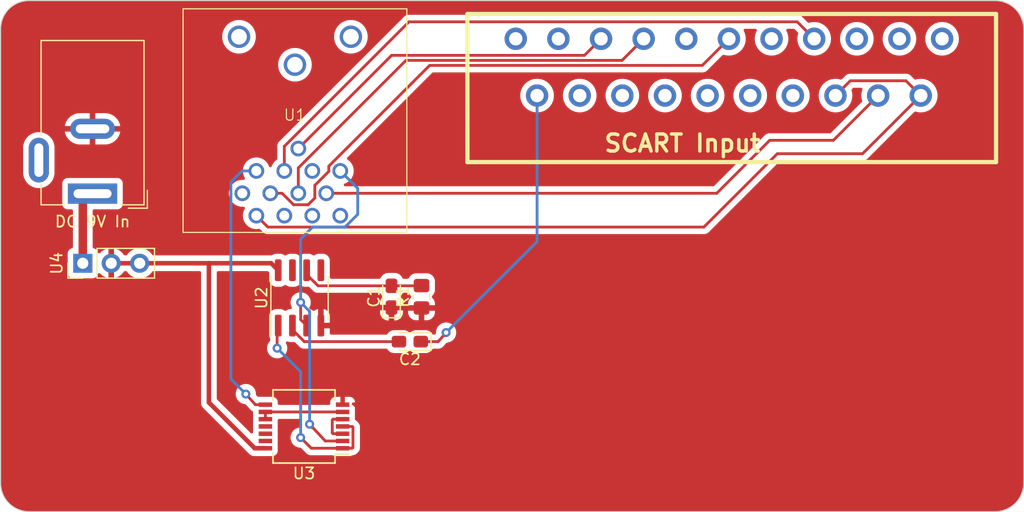
<source format=kicad_pcb>
(kicad_pcb (version 20221018) (generator pcbnew)
  (layers (0 "F.Cu" signal) (31 "B.Cu" signal) (34 "B.Paste" user) (35 "F.Paste" user) (36 "B.SilkS" user "B.Silkscreen") (37 "F.SilkS" user "F.Silkscreen") (38 "B.Mask" user) (39 "F.Mask" user) (44 "Edge.Cuts" user))
  (net 0 "")
  (net 1 "GND")
  (net 2 "Net-(U2-INT)")
  (net 3 "CVBS")
  (net 4 "Net-(U2-VIDEO)")
  (net 6 "AUDIO_L")
  (net 8 "AUDIO_GND")
  (net 9 "GND_B")
  (net 10 "VIDEO_B")
  (net 12 "GND_G")
  (net 14 "VIDEO_G")
  (net 16 "GND_R")
  (net 18 "VIDEO_R")
  (net 20 "CVBS_GND")
  (net 24 "+9V")
  (net 29 "HSYNC")
  (net 31 "VSYNC")
  (net 32 "Net-(U2-CSYNC)")
  (net 34 "+5V")
  (net 35 "Net-(U3-Pad3)")
  (net 36 "Net-(U3-Pad10)")
  (footprint "Package_SO:SSOP-14_5.3x6.2mm_P0.65mm" (layer "F.Cu") (at 146.5 101.6 180)
    (fp_text reference "U3" (at 0 -4.2) (layer "F.SilkS"))
    (fp_text value "74LS00")
    (fp_line (start -2.775 -3.275) (end -2.775 -2.475) (stroke (width 0.15)) (layer "F.SilkS"))
    (fp_line (start -2.775 -3.275) (end 2.775 -3.275) (stroke (width 0.15)) (layer "F.SilkS"))
    (fp_line (start -2.775 -2.475) (end -4.05 -2.475) (stroke (width 0.15)) (layer "F.SilkS"))
    (fp_line (start -2.775 3.275) (end -2.775 2.375) (stroke (width 0.15)) (layer "F.SilkS"))
    (fp_line (start -2.775 3.275) (end 2.775 3.275) (stroke (width 0.15)) (layer "F.SilkS"))
    (fp_line (start 2.775 -3.275) (end 2.775 -2.375) (stroke (width 0.15)) (layer "F.SilkS"))
    (fp_line (start 2.775 3.275) (end 2.775 2.375) (stroke (width 0.15)) (layer "F.SilkS"))
    (pad "1" smd rect (at -3.45 -1.95 180) (size 1.2 0.4) (layers "F.Cu" "F.Paste" "F.Mask") (net 32 "Net-(U2-CSYNC)"))
    (pad "2" smd rect (at -3.45 -1.3 180) (size 1.2 0.4) (layers "F.Cu" "F.Paste" "F.Mask") (net 31 "VSYNC"))
    (pad "3" smd rect (at -3.45 -0.65 180) (size 1.2 0.4) (layers "F.Cu" "F.Paste" "F.Mask") (net 35 "Net-(U3-Pad3)"))
    (pad "4" smd rect (at -3.45 0 180) (size 1.2 0.4) (layers "F.Cu" "F.Paste" "F.Mask") (net 32 "Net-(U2-CSYNC)"))
    (pad "5" smd rect (at -3.45 0.65 180) (size 1.2 0.4) (layers "F.Cu" "F.Paste" "F.Mask") (net 35 "Net-(U3-Pad3)"))
    (pad "6" smd rect (at -3.45 1.3 180) (size 1.2 0.4) (layers "F.Cu" "F.Paste" "F.Mask") (net 36 "Net-(U3-Pad10)"))
    (pad "7" smd rect (at -3.45 1.95 180) (size 1.2 0.4) (layers "F.Cu" "F.Paste" "F.Mask") (net 1 "GND"))
    (pad "8" smd rect (at 3.45 1.95 180) (size 1.2 0.4) (layers "F.Cu" "F.Paste" "F.Mask") (net 29 "HSYNC"))
    (pad "9" smd rect (at 3.45 1.3 180) (size 1.2 0.4) (layers "F.Cu" "F.Paste" "F.Mask") (net 36 "Net-(U3-Pad10)"))
    (pad "10" smd rect (at 3.45 0.65 180) (size 1.2 0.4) (layers "F.Cu" "F.Paste" "F.Mask") (net 36 "Net-(U3-Pad10)"))
    (pad "11" smd rect (at 3.45 0 180) (size 1.2 0.4) (layers "F.Cu" "F.Paste" "F.Mask"))
    (pad "12" smd rect (at 3.45 -0.65 180) (size 1.2 0.4) (layers "F.Cu" "F.Paste" "F.Mask"))
    (pad "13" smd rect (at 3.45 -1.3 180) (size 1.2 0.4) (layers "F.Cu" "F.Paste" "F.Mask"))
    (pad "14" smd rect (at 3.45 -1.95 180) (size 1.2 0.4) (layers "F.Cu" "F.Paste" "F.Mask") (net 34 "+5V"))
  )
  (footprint "Capacitor_Tantalum_SMD:CP_EIA-2012-15_AVX-P_Pad1.30x1.05mm_HandSolder" (layer "F.Cu") (at 155.961476 94.012608 180)
    (fp_text reference "C2" (at 0 -1.58) (layer "F.SilkS"))
    (fp_text value "0.1µ")
    (fp_line (start -1.885 -0.785) (end -1.885 0.785) (stroke (width 0.12)) (layer "F.SilkS"))
    (fp_line (start -1.885 0.785) (end 1 0.785) (stroke (width 0.12)) (layer "F.SilkS"))
    (fp_line (start 1 -0.785) (end -1.885 -0.785) (stroke (width 0.12)) (layer "F.SilkS"))
    (pad "1" smd roundrect (at -0.975 0 180) (size 1.3 1.05) (layers "F.Cu" "F.Paste" "F.Mask") (roundrect_rratio 0.238095) (net 3 "CVBS"))
    (pad "2" smd roundrect (at 0.975 0 180) (size 1.3 1.05) (layers "F.Cu" "F.Paste" "F.Mask") (roundrect_rratio 0.238095) (net 4 "Net-(U2-VIDEO)"))
  )
  (footprint "Connector_PinHeader_2.54mm:PinHeader_1x03_P2.54mm_Vertical" (layer "F.Cu") (at 126.73 87 90)
    (fp_text reference "U4" (at 0 -2.33 90) (layer "F.SilkS"))
    (fp_text value "L7805")
    (fp_line (start -1.33 -1.33) (end 0 -1.33) (stroke (width 0.12)) (layer "F.SilkS"))
    (fp_line (start -1.33 0) (end -1.33 -1.33) (stroke (width 0.12)) (layer "F.SilkS"))
    (fp_line (start -1.33 1.27) (end -1.33 6.41) (stroke (width 0.12)) (layer "F.SilkS"))
    (fp_line (start -1.33 1.27) (end 1.33 1.27) (stroke (width 0.12)) (layer "F.SilkS"))
    (fp_line (start -1.33 6.41) (end 1.33 6.41) (stroke (width 0.12)) (layer "F.SilkS"))
    (fp_line (start 1.33 1.27) (end 1.33 6.41) (stroke (width 0.12)) (layer "F.SilkS"))
    (pad "1" thru_hole rect (at 0 0 90) (size 1.7 1.7) (drill 1) (layers "*.Cu" "*.Mask") (net 24 "+9V"))
    (pad "2" thru_hole oval (at 0 2.54 90) (size 1.7 1.7) (drill 1) (layers "*.Cu" "*.Mask") (net 1 "GND"))
    (pad "3" thru_hole oval (at 0 5.08 90) (size 1.7 1.7) (drill 1) (layers "*.Cu" "*.Mask") (net 34 "+5V"))
  )
  (footprint "Capacitor_Tantalum_SMD:CP_EIA-2012-15_AVX-P_Pad1.30x1.05mm_HandSolder" (layer "F.Cu") (at 154.318095 89.992608 90)
    (fp_text reference "C1" (at 0 -1.58 90) (layer "F.SilkS"))
    (fp_text value "0.1µ")
    (fp_line (start -1.885 -0.785) (end -1.885 0.785) (stroke (width 0.12)) (layer "F.SilkS"))
    (fp_line (start -1.885 0.785) (end 1 0.785) (stroke (width 0.12)) (layer "F.SilkS"))
    (fp_line (start 1 -0.785) (end -1.885 -0.785) (stroke (width 0.12)) (layer "F.SilkS"))
    (pad "1" smd roundrect (at -0.975 0 90) (size 1.3 1.05) (layers "F.Cu" "F.Paste" "F.Mask") (roundrect_rratio 0.238095) (net 1 "GND"))
    (pad "2" smd roundrect (at 0.975 0 90) (size 1.3 1.05) (layers "F.Cu" "F.Paste" "F.Mask") (roundrect_rratio 0.238095) (net 2 "Net-(U2-INT)"))
  )
  (footprint "Resistor_SMD:R_0805_2012Metric_Pad1.20x1.40mm_HandSolder" (layer "F.Cu") (at 157 90 90)
    (fp_text reference "R1" (at 0 -1.65 90) (layer "F.SilkS"))
    (fp_text value "R")
    (fp_line (start -0.227064 -0.735) (end 0.227064 -0.735) (stroke (width 0.12)) (layer "F.SilkS"))
    (fp_line (start -0.227064 0.735) (end 0.227064 0.735) (stroke (width 0.12)) (layer "F.SilkS"))
    (pad "1" smd roundrect (at -1 0 90) (size 1.2 1.4) (layers "F.Cu" "F.Paste" "F.Mask") (roundrect_rratio 0.208333) (net 1 "GND"))
    (pad "2" smd roundrect (at 1 0 90) (size 1.2 1.4) (layers "F.Cu" "F.Paste" "F.Mask") (roundrect_rratio 0.208333) (net 2 "Net-(U2-INT)"))
  )
  (footprint "Connector_BarrelJack:BarrelJack_Wuerth_6941xx301002" (layer "F.Cu") (at 127.6 80.77434 180)
    (fp_text reference "DC 9V In" (at 0 -2.5) (layer "F.SilkS"))
    (fp_text value "Barrel_Jack")
    (fp_line (start -4.9 -1.3) (end -4.9 0.3) (stroke (width 0.12)) (layer "F.SilkS"))
    (fp_line (start -4.6 -1) (end -2.5 -1) (stroke (width 0.12)) (layer "F.SilkS"))
    (fp_line (start -4.6 13.7) (end -4.6 -1) (stroke (width 0.12)) (layer "F.SilkS"))
    (fp_line (start -3.2 -1.3) (end -4.9 -1.3) (stroke (width 0.12)) (layer "F.SilkS"))
    (fp_line (start 2.5 -1) (end 4.6 -1) (stroke (width 0.12)) (layer "F.SilkS"))
    (fp_line (start 4.6 -1) (end 4.6 0.8) (stroke (width 0.12)) (layer "F.SilkS"))
    (fp_line (start 4.6 5.2) (end 4.6 13.7) (stroke (width 0.12)) (layer "F.SilkS"))
    (fp_line (start 4.6 13.7) (end -4.6 13.7) (stroke (width 0.12)) (layer "F.SilkS"))
    (pad "1" thru_hole rect (at 0 0 180) (size 4.4 1.8) (drill oval 3.4 0.8) (layers "*.Cu" "*.Mask") (net 24 "+9V"))
    (pad "2" thru_hole oval (at 0 5.8 180) (size 4 1.8) (drill oval 3 0.8) (layers "*.Cu" "*.Mask") (net 1 "GND"))
    (pad "3" thru_hole oval (at 4.8 3 270) (size 4 1.8) (drill oval 3 0.8) (layers "*.Cu" "*.Mask"))
  )
  (footprint "sc1224-scart:SCART" (layer "F.Cu") (at 184.475 74.19964)
    (fp_text reference "J1")
    (fp_text value "SCART Input" (at -4.16 2.07004) (layer "F.SilkS") (effects (font (size 1.524 1.524) (thickness 0.3048))))
    (fp_line (start -23.372 -9.5) (end 23.872 -9.5) (stroke (width 0.381)) (layer "F.SilkS"))
    (fp_line (start -23.372 3.75) (end 23.872 3.75) (stroke (width 0.381)) (layer "F.SilkS"))
    (fp_line (start -23.368 3.75) (end -23.372 -9.5) (stroke (width 0.381)) (layer "F.SilkS"))
    (fp_line (start 23.872 -9.5) (end 23.872 3.75) (stroke (width 0.381)) (layer "F.SilkS"))
    (pad "1" thru_hole circle (at 19.05 -7.27964) (size 1.99898 1.99898) (drill 1.19888) (layers "*.Cu" "*.Mask"))
    (pad "2" thru_hole circle (at 17.145 -2.19964) (size 1.99898 1.99898) (drill 1.19888) (layers "*.Cu" "*.Mask") (net 6 "AUDIO_L"))
    (pad "3" thru_hole circle (at 15.24 -7.27964) (size 1.99898 1.99898) (drill 1.19888) (layers "*.Cu" "*.Mask"))
    (pad "4" thru_hole circle (at 13.335 -2.19964) (size 1.99898 1.99898) (drill 1.19888) (layers "*.Cu" "*.Mask") (net 8 "AUDIO_GND"))
    (pad "5" thru_hole circle (at 11.43 -7.27964) (size 1.99898 1.99898) (drill 1.19888) (layers "*.Cu" "*.Mask") (net 9 "GND_B"))
    (pad "6" thru_hole circle (at 9.525 -2.19964) (size 1.99898 1.99898) (drill 1.19888) (layers "*.Cu" "*.Mask") (net 6 "AUDIO_L"))
    (pad "7" thru_hole circle (at 7.62 -7.27964) (size 1.99898 1.99898) (drill 1.19888) (layers "*.Cu" "*.Mask") (net 10 "VIDEO_B"))
    (pad "8" thru_hole circle (at 5.715 -2.19964) (size 1.99898 1.99898) (drill 1.19888) (layers "*.Cu" "*.Mask"))
    (pad "9" thru_hole circle (at 3.81 -7.27964) (size 1.99898 1.99898) (drill 1.19888) (layers "*.Cu" "*.Mask") (net 12 "GND_G"))
    (pad "10" thru_hole circle (at 1.905 -2.19964) (size 1.99898 1.99898) (drill 1.19888) (layers "*.Cu" "*.Mask"))
    (pad "11" thru_hole circle (at 0 -7.27964) (size 1.99898 1.99898) (drill 1.19888) (layers "*.Cu" "*.Mask") (net 14 "VIDEO_G"))
    (pad "12" thru_hole circle (at -1.905 -2.19964) (size 1.99898 1.99898) (drill 1.19888) (layers "*.Cu" "*.Mask"))
    (pad "13" thru_hole circle (at -3.81 -7.27964) (size 1.99898 1.99898) (drill 1.19888) (layers "*.Cu" "*.Mask") (net 16 "GND_R"))
    (pad "14" thru_hole circle (at -5.715 -2.19964) (size 1.99898 1.99898) (drill 1.19888) (layers "*.Cu" "*.Mask"))
    (pad "15" thru_hole circle (at -7.62 -7.27964) (size 1.99898 1.99898) (drill 1.19888) (layers "*.Cu" "*.Mask") (net 18 "VIDEO_R"))
    (pad "16" thru_hole circle (at -9.525 -2.19964) (size 1.99898 1.99898) (drill 1.19888) (layers "*.Cu" "*.Mask"))
    (pad "17" thru_hole circle (at -11.43 -7.27964) (size 1.99898 1.99898) (drill 1.19888) (layers "*.Cu" "*.Mask") (net 20 "CVBS_GND"))
    (pad "18" thru_hole circle (at -13.335 -2.19964) (size 1.99898 1.99898) (drill 1.19888) (layers "*.Cu" "*.Mask"))
    (pad "19" thru_hole circle (at -15.24 -7.27964) (size 1.99898 1.99898) (drill 1.19888) (layers "*.Cu" "*.Mask"))
    (pad "20" thru_hole circle (at -17.145 -2.19964) (size 1.99898 1.99898) (drill 1.19888) (layers "*.Cu" "*.Mask") (net 3 "CVBS"))
    (pad "21" thru_hole circle (at -19.05 -7.27964) (size 1.99898 1.99898) (drill 1.19888) (layers "*.Cu" "*.Mask"))
  )
  (footprint "Package_SO:SOIC-8_3.9x4.9mm_P1.27mm" (layer "F.Cu") (at 146.1 90.1 90)
    (fp_text reference "U2" (at 0 -3.4 90) (layer "F.SilkS"))
    (fp_text value "LM1881")
    (fp_line (start 0 -2.56) (end -3.45 -2.56) (stroke (width 0.12)) (layer "F.SilkS"))
    (fp_line (start 0 -2.56) (end 1.95 -2.56) (stroke (width 0.12)) (layer "F.SilkS"))
    (fp_line (start 0 2.56) (end -1.95 2.56) (stroke (width 0.12)) (layer "F.SilkS"))
    (fp_line (start 0 2.56) (end 1.95 2.56) (stroke (width 0.12)) (layer "F.SilkS"))
    (pad "1" smd roundrect (at -2.475 -1.905 90) (size 1.95 0.6) (layers "F.Cu" "F.Paste" "F.Mask") (net 32 "Net-(U2-CSYNC)"))
    (pad "2" smd roundrect (at -2.475 -0.635 90) (size 1.95 0.6) (layers "F.Cu" "F.Paste" "F.Mask") (net 4 "Net-(U2-VIDEO)"))
    (pad "3" smd roundrect (at -2.475 0.635 90) (size 1.95 0.6) (layers "F.Cu" "F.Paste" "F.Mask") (net 31 "VSYNC"))
    (pad "4" smd roundrect (at -2.475 1.905 90) (size 1.95 0.6) (layers "F.Cu" "F.Paste" "F.Mask") (net 1 "GND"))
    (pad "5" smd roundrect (at 2.475 1.905 90) (size 1.95 0.6) (layers "F.Cu" "F.Paste" "F.Mask"))
    (pad "6" smd roundrect (at 2.475 0.635 90) (size 1.95 0.6) (layers "F.Cu" "F.Paste" "F.Mask") (net 2 "Net-(U2-INT)"))
    (pad "7" smd roundrect (at 2.475 -0.635 90) (size 1.95 0.6) (layers "F.Cu" "F.Paste" "F.Mask"))
    (pad "8" smd roundrect (at 2.475 -1.905 90) (size 1.95 0.6) (layers "F.Cu" "F.Paste" "F.Mask") (net 34 "+5V"))
  )
  (footprint "sc1224-scart:DIN-13" (layer "F.Cu") (at 145.69 64.24)
    (fp_text reference "U1" (at 0 9.5 unlocked) (layer "F.SilkS") (effects (font (thickness 0.1))))
    (fp_text value "DIN-13")
    (fp_line (start -10 0) (end 10 0) (stroke (width 0.1)) (layer "F.SilkS"))
    (fp_line (start -10 20) (end -10 0) (stroke (width 0.1)) (layer "F.SilkS"))
    (fp_line (start 10 0) (end 10 20) (stroke (width 0.1)) (layer "F.SilkS"))
    (fp_line (start 10 20) (end -10 20) (stroke (width 0.1)) (layer "F.SilkS"))
    (pad "" thru_hole circle (at -5 2.5) (size 2 2) (drill 1.4) (layers "*.Cu" "*.Mask"))
    (pad "" thru_hole circle (at 0 5) (size 2 2) (drill 1.4) (layers "*.Cu" "*.Mask"))
    (pad "" thru_hole circle (at 5 2.5) (size 2 2) (drill 1.4) (layers "*.Cu" "*.Mask"))
    (pad "1" thru_hole circle (at -3.45 18.5) (size 1.4 1.4) (drill 0.9) (layers "*.Cu" "*.Mask") (net 6 "AUDIO_L"))
    (pad "2" thru_hole circle (at -0.95 18.5) (size 1.4 1.4) (drill 0.9) (layers "*.Cu" "*.Mask"))
    (pad "3" thru_hole circle (at 1.55 18.5) (size 1.4 1.4) (drill 0.9) (layers "*.Cu" "*.Mask"))
    (pad "4" thru_hole circle (at 4.05 18.5) (size 1.4 1.4) (drill 0.9) (layers "*.Cu" "*.Mask"))
    (pad "5" thru_hole circle (at -4.7 16.5) (size 1.4 1.4) (drill 0.9) (layers "*.Cu" "*.Mask"))
    (pad "6" thru_hole circle (at -2.2 16.5) (size 1.4 1.4) (drill 0.9) (layers "*.Cu" "*.Mask") (net 14 "VIDEO_G"))
    (pad "7" thru_hole circle (at 0.3 16.5) (size 1.4 1.4) (drill 0.9) (layers "*.Cu" "*.Mask") (net 18 "VIDEO_R"))
    (pad "8" thru_hole circle (at 2.8 16.5) (size 1.4 1.4) (drill 0.9) (layers "*.Cu" "*.Mask") (net 8 "AUDIO_GND"))
    (pad "9" thru_hole circle (at -3.45 14.5) (size 1.4 1.4) (drill 0.9) (layers "*.Cu" "*.Mask") (net 29 "HSYNC"))
    (pad "10" thru_hole circle (at -0.95 14.5) (size 1.4 1.4) (drill 0.9) (layers "*.Cu" "*.Mask") (net 10 "VIDEO_B"))
    (pad "11" thru_hole circle (at 1.55 14.5) (size 1.4 1.4) (drill 0.9) (layers "*.Cu" "*.Mask"))
    (pad "12" thru_hole circle (at 4.05 14.5) (size 1.4 1.4) (drill 0.9) (layers "*.Cu" "*.Mask") (net 31 "VSYNC"))
    (pad "13" thru_hole circle (at 0.3 12.5) (size 1.4 1.4) (drill 0.9) (layers "*.Cu" "*.Mask") (net 20 "CVBS_GND"))
  )
  (gr_arc (start 210.82 106.68) (mid 210.076051 108.476051) (end 208.28 109.22) (stroke (width 0.1)) (layer "Edge.Cuts"))
  (gr_line (start 210.82 66.04) (end 210.82 106.68) (stroke (width 0.1)) (layer "Edge.Cuts"))
  (gr_arc (start 121.92 109.22) (mid 120.123949 108.476051) (end 119.38 106.68) (stroke (width 0.1)) (layer "Edge.Cuts"))
  (gr_line (start 121.92 63.5) (end 208.28 63.5) (stroke (width 0.1)) (layer "Edge.Cuts"))
  (gr_arc (start 208.28 63.5) (mid 210.076051 64.243949) (end 210.82 66.04) (stroke (width 0.1)) (layer "Edge.Cuts"))
  (gr_line (start 121.92 109.22) (end 208.28 109.22) (stroke (width 0.1)) (layer "Edge.Cuts"))
  (gr_line (start 119.38 66.04) (end 119.38 106.68) (stroke (width 0.1)) (layer "Edge.Cuts"))
  (gr_arc (start 119.38 66.04) (mid 120.123949 64.243949) (end 121.92 63.5) (stroke (width 0.1)) (layer "Edge.Cuts"))
  (segment (start 146.735 88.001751) (end 147.750857 89.017608) (width 0.25) (layer "F.Cu") (net 2))
  (segment (start 147.750857 89.017608) (end 154.318095 89.017608) (width 0.25) (layer "F.Cu") (net 2))
  (segment (start 156.982392 89.017608) (end 157 89) (width 0.25) (layer "F.Cu") (net 2))
  (segment (start 146.735 87.625) (end 146.735 88.001751) (width 0.25) (layer "F.Cu") (net 2))
  (segment (start 154.318095 89.017608) (end 156.982392 89.017608) (width 0.25) (layer "F.Cu") (net 2))
  (segment (start 159.2 93.2) (end 159 93.5) (width 0.25) (layer "F.Cu") (net 3))
  (segment (start 156.936476 94.012608) (end 158.487392 94.012608) (width 0.25) (layer "F.Cu") (net 3))
  (segment (start 158.487392 94.012608) (end 159.2 93.2) (width 0.25) (layer "F.Cu") (net 3))
  (via (at 159.2 93.2) (size 0.8) (drill 0.4) (layers "F.Cu" "B.Cu") (net 3))
  (segment (start 167.33 85.07) (end 167.33 72) (width 0.25) (layer "B.Cu") (net 3))
  (segment (start 159.2 93.2) (end 167.33 85.07) (width 0.25) (layer "B.Cu") (net 3))
  (segment (start 145.465 92.951751) (end 145.465 92.575) (width 0.25) (layer "F.Cu") (net 4))
  (segment (start 146.525857 94.012608) (end 145.465 92.951751) (width 0.25) (layer "F.Cu") (net 4))
  (segment (start 154.986476 94.012608) (end 146.525857 94.012608) (width 0.25) (layer "F.Cu") (net 4))
  (segment (start 194 72) (end 195.32449 70.67551) (width 0.25) (layer "F.Cu") (net 6))
  (segment (start 196.42 77.2) (end 201.62 72) (width 0.25) (layer "F.Cu") (net 6))
  (segment (start 188.8 77.2) (end 196.42 77.2) (width 0.25) (layer "F.Cu") (net 6))
  (segment (start 182.235 83.765) (end 188.8 77.2) (width 0.25) (layer "F.Cu") (net 6))
  (segment (start 143.265 83.765) (end 182.235 83.765) (width 0.25) (layer "F.Cu") (net 6))
  (segment (start 200.29551 70.67551) (end 201.62 72) (width 0.25) (layer "F.Cu") (net 6))
  (segment (start 195.32449 70.67551) (end 200.29551 70.67551) (width 0.25) (layer "F.Cu") (net 6))
  (segment (start 142.24 82.74) (end 143.265 83.765) (width 0.25) (layer "F.Cu") (net 6))
  (segment (start 183.386888 80.74) (end 188.126888 76) (width 0.25) (layer "F.Cu") (net 8))
  (segment (start 197.81 72.89) (end 197.81 72) (width 0.25) (layer "F.Cu") (net 8))
  (segment (start 188.126888 76) (end 193.81 76) (width 0.25) (layer "F.Cu") (net 8))
  (segment (start 193.81 76) (end 197.81 72) (width 0.25) (layer "F.Cu") (net 8))
  (segment (start 148.49 80.74) (end 183.386888 80.74) (width 0.25) (layer "F.Cu") (net 8))
  (segment (start 144.74 76.540431) (end 155.880431 65.4) (width 0.25) (layer "F.Cu") (net 10))
  (segment (start 155.880431 65.4) (end 190.575 65.4) (width 0.25) (layer "F.Cu") (net 10))
  (segment (start 144.74 78.74) (end 144.74 76.540431) (width 0.25) (layer "F.Cu") (net 10))
  (segment (start 190.575 65.4) (end 192.095 66.92) (width 0.25) (layer "F.Cu") (net 10))
  (segment (start 144.540431 80.74) (end 145.565431 81.765) (width 0.25) (layer "F.Cu") (net 14))
  (segment (start 146.864569 81.765) (end 147.465 81.164569) (width 0.25) (layer "F.Cu") (net 14))
  (segment (start 148.715 78.785) (end 148.715 78.315431) (width 0.25) (layer "F.Cu") (net 14))
  (segment (start 157.730431 69.3) (end 182.095 69.3) (width 0.25) (layer "F.Cu") (net 14))
  (segment (start 182.095 69.3) (end 184.475 66.92) (width 0.25) (layer "F.Cu") (net 14))
  (segment (start 147.465 81.164569) (end 147.465 80.035) (width 0.25) (layer "F.Cu") (net 14))
  (segment (start 148.715 78.315431) (end 157.730431 69.3) (width 0.25) (layer "F.Cu") (net 14))
  (segment (start 143.49 80.74) (end 144.540431 80.74) (width 0.25) (layer "F.Cu") (net 14))
  (segment (start 147.465 80.035) (end 148.715 78.785) (width 0.25) (layer "F.Cu") (net 14))
  (segment (start 145.565431 81.765) (end 146.864569 81.765) (width 0.25) (layer "F.Cu") (net 14))
  (segment (start 176.855 66.92) (end 174.925 68.85) (width 0.25) (layer "F.Cu") (net 18))
  (segment (start 174.925 68.85) (end 155.615 68.85) (width 0.25) (layer "F.Cu") (net 18))
  (segment (start 155.615 68.85) (end 145.99 78.475) (width 0.25) (layer "F.Cu") (net 18))
  (segment (start 145.99 78.475) (end 145.99 80.74) (width 0.25) (layer "F.Cu") (net 18))
  (segment (start 173.045 66.92) (end 171.565 68.4) (width 0.25) (layer "F.Cu") (net 20))
  (segment (start 154.33 68.4) (end 145.99 76.74) (width 0.25) (layer "F.Cu") (net 20))
  (segment (start 171.565 68.4) (end 154.33 68.4) (width 0.25) (layer "F.Cu") (net 20))
  (segment (start 126.73 81.64434) (end 127.6 80.77434) (width 0.381) (layer "F.Cu") (net 24))
  (segment (start 126.73 87) (end 126.73 81.64434) (width 0.762) (layer "F.Cu") (net 24))
  (segment (start 143.05 99.65) (end 142.15 99.65) (width 0.25) (layer "F.Cu") (net 29))
  (segment (start 142.15 99.65) (end 141.3 98.7) (width 0.25) (layer "F.Cu") (net 29))
  (segment (start 141.3 98.7) (end 141.4 98.9) (width 0.25) (layer "F.Cu") (net 29))
  (via (at 141.3 98.7) (size 0.8) (drill 0.4) (layers "F.Cu" "B.Cu") (net 29))
  (segment (start 139.965 79.735) (end 140.96 78.74) (width 0.25) (layer "B.Cu") (net 29))
  (segment (start 140.96 78.74) (end 142.24 78.74) (width 0.25) (layer "B.Cu") (net 29))
  (segment (start 141.3 98.7) (end 139.965 97.365) (width 0.25) (layer "B.Cu") (net 29))
  (segment (start 139.965 97.365) (end 139.965 79.735) (width 0.25) (layer "B.Cu") (net 29))
  (segment (start 149.95 102.9) (end 148.4 102.9) (width 0.25) (layer "F.Cu") (net 31))
  (segment (start 146.2 90.5) (end 146.2 92.04) (width 0.25) (layer "F.Cu") (net 31))
  (segment (start 147 101.4) (end 147.2 101.7) (width 0.25) (layer "F.Cu") (net 31))
  (segment (start 148.4 102.9) (end 147 101.4) (width 0.25) (layer "F.Cu") (net 31))
  (segment (start 146.2 92.04) (end 146.735 92.575) (width 0.25) (layer "F.Cu") (net 31))
  (via (at 147 101.4) (size 0.8) (drill 0.4) (layers "F.Cu" "B.Cu") (net 31))
  (via (at 146.2 90.5) (size 0.8) (drill 0.4) (layers "F.Cu" "B.Cu") (net 31))
  (segment (start 151.3 80.3) (end 149.74 78.74) (width 0.25) (layer "B.Cu") (net 31))
  (segment (start 146.2 84.830431) (end 147.265431 83.765) (width 0.25) (layer "B.Cu") (net 31))
  (segment (start 146.2 90.5) (end 146.2 84.830431) (width 0.25) (layer "B.Cu") (net 31))
  (segment (start 146.2 90.5) (end 146.2 90.4) (width 0.25) (layer "B.Cu") (net 31))
  (segment (start 147.265431 83.765) (end 150.164569 83.765) (width 0.25) (layer "B.Cu") (net 31))
  (segment (start 146.1 90.5) (end 146.2 90.5) (width 0.25) (layer "B.Cu") (net 31))
  (segment (start 151.3 82.629569) (end 151.3 80.3) (width 0.25) (layer "B.Cu") (net 31))
  (segment (start 150.164569 83.765) (end 151.3 82.629569) (width 0.25) (layer "B.Cu") (net 31))
  (segment (start 147 91.3) (end 146.2 90.5) (width 0.25) (layer "B.Cu") (net 31))
  (segment (start 146.2 90.4) (end 146.1 90.5) (width 0.25) (layer "B.Cu") (net 31))
  (segment (start 147 101.4) (end 147 91.3) (width 0.25) (layer "B.Cu") (net 31))
  (segment (start 147.15 103.55) (end 146.2 102.6) (width 0.25) (layer "F.Cu") (net 32))
  (segment (start 150.8 101.6) (end 149.95 101.6) (width 0.25) (layer "F.Cu") (net 32))
  (segment (start 144.1 92.67) (end 144.195 92.575) (width 0.25) (layer "F.Cu") (net 32))
  (segment (start 150.875 103.475) (end 150.875 101.675) (width 0.25) (layer "F.Cu") (net 32))
  (segment (start 149.95 103.55) (end 147.15 103.55) (width 0.25) (layer "F.Cu") (net 32))
  (segment (start 149.95 103.55) (end 150.8 103.55) (width 0.25) (layer "F.Cu") (net 32))
  (segment (start 150.8 103.55) (end 150.875 103.475) (width 0.25) (layer "F.Cu") (net 32))
  (segment (start 144.1 94.6) (end 144.1 92.67) (width 0.25) (layer "F.Cu") (net 32))
  (segment (start 150.875 101.675) (end 150.8 101.6) (width 0.25) (layer "F.Cu") (net 32))
  (via (at 146.2 102.6) (size 0.8) (drill 0.4) (layers "F.Cu" "B.Cu") (net 32))
  (via (at 144.1 94.6) (size 0.8) (drill 0.4) (layers "F.Cu" "B.Cu") (net 32))
  (segment (start 146.2 96.7) (end 144.1 94.6) (width 0.25) (layer "B.Cu") (net 32))
  (segment (start 144.1 94.6) (end 144.1 94.5) (width 0.25) (layer "B.Cu") (net 32))
  (segment (start 146.2 102.6) (end 146.2 96.7) (width 0.25) (layer "B.Cu") (net 32))
  (segment (start 142.0936 103.55) (end 138 99.4564) (width 0.4064) (layer "F.Cu") (net 34))
  (segment (start 143.57 87) (end 138 87) (width 0.4064) (layer "F.Cu") (net 34))
  (segment (start 143.05 103.55) (end 142.0936 103.55) (width 0.4064) (layer "F.Cu") (net 34))
  (segment (start 144.195 87.625) (end 143.57 87) (width 0.4064) (layer "F.Cu") (net 34))
  (segment (start 138 87) (end 129.27 87) (width 0.4064) (layer "F.Cu") (net 34))
  (segment (start 138 99.4564) (end 138 87) (width 0.4064) (layer "F.Cu") (net 34))
  (segment (start 149.025 102.175) (end 149.1 102.25) (width 0.25) (layer "F.Cu") (net 35))
  (segment (start 149.1 100.95) (end 149.025 101.025) (width 0.25) (layer "F.Cu") (net 35))
  (segment (start 149.1 102.25) (end 149.95 102.25) (width 0.25) (layer "F.Cu") (net 35))
  (segment (start 149.025 101.025) (end 149.025 102.175) (width 0.25) (layer "F.Cu") (net 35))
  (segment (start 149.95 100.95) (end 149.1 100.95) (width 0.25) (layer "F.Cu") (net 35))
  (segment (start 143.05 100.3) (end 149.95 100.3) (width 0.25) (layer "F.Cu") (net 36))
  (segment (start 143.05 100.95) (end 143.05 100.3) (width 0.25) (layer "F.Cu") (net 36))
  (zone (net 1) (net_name "GND") (layer "F.Cu") (connect_pads (clearance 0.5)) (min_thickness 0.25) (fill yes (thermal_gap 0.5) (thermal_bridge_width 0.5))
    (polygon (pts (xy 119.38 63.5) (xy 210.82 63.5) (xy 210.82 109.22) (xy 119.38 109.22)))
  )
)
</source>
